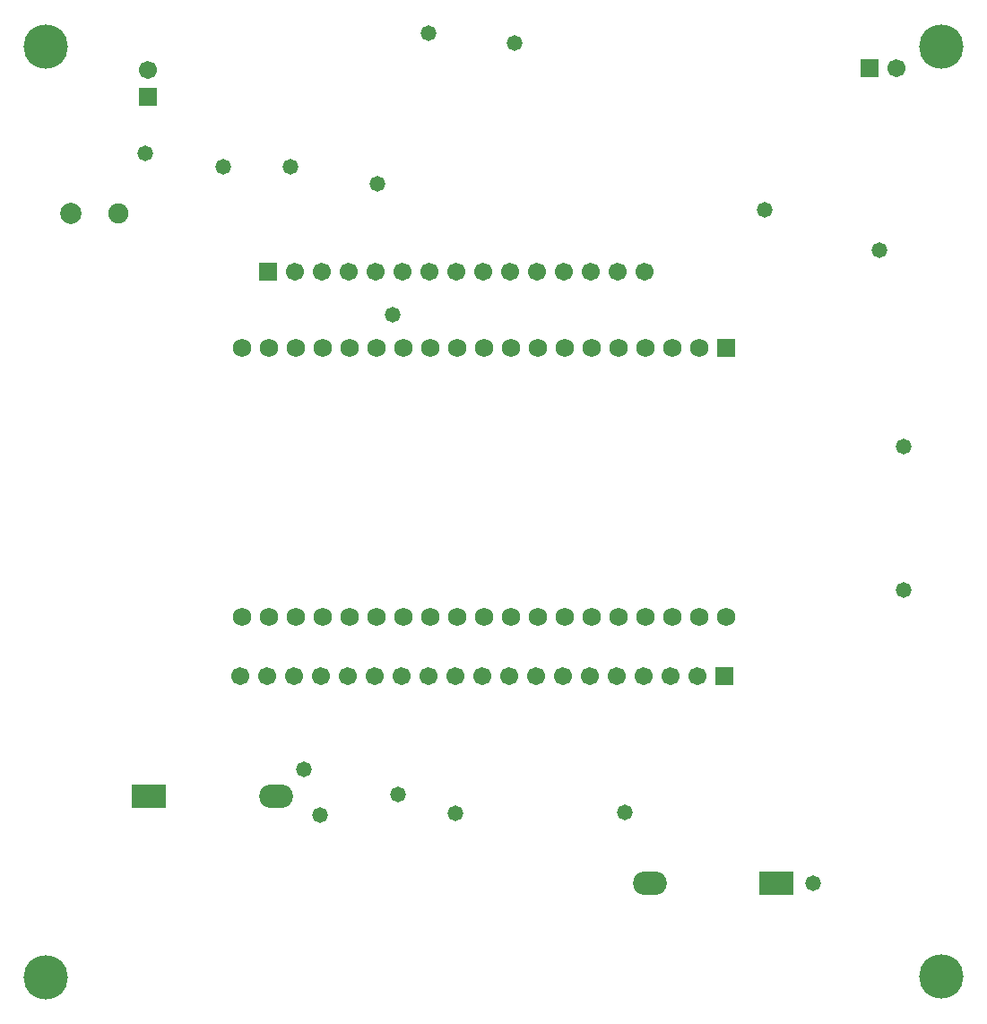
<source format=gbs>
G04*
G04 #@! TF.GenerationSoftware,Altium Limited,Altium Designer,22.3.1 (43)*
G04*
G04 Layer_Color=16711935*
%FSLAX23Y23*%
%MOIN*%
G70*
G04*
G04 #@! TF.SameCoordinates,1274CE9F-09AF-47AB-B1D0-44CBEC0A274A*
G04*
G04*
G04 #@! TF.FilePolarity,Negative*
G04*
G01*
G75*
%ADD31O,0.126X0.087*%
%ADD32R,0.126X0.087*%
%ADD33R,0.067X0.067*%
%ADD34C,0.067*%
%ADD35R,0.067X0.067*%
%ADD36C,0.079*%
%ADD37C,0.075*%
%ADD38C,0.069*%
%ADD39R,0.069X0.069*%
%ADD40C,0.165*%
%ADD41C,0.058*%
D31*
X2421Y1980D02*
D03*
X3811Y1655D02*
D03*
D32*
X1949Y1980D02*
D03*
X4283Y1655D02*
D03*
D33*
X4630Y4684D02*
D03*
X2393Y3930D02*
D03*
X4090Y2425D02*
D03*
D34*
X4730Y4684D02*
D03*
X1945Y4680D02*
D03*
X2493Y3930D02*
D03*
X2593D02*
D03*
X2693D02*
D03*
X2793D02*
D03*
X2893D02*
D03*
X2993D02*
D03*
X3093D02*
D03*
X3193D02*
D03*
X3293D02*
D03*
X3393D02*
D03*
X3493D02*
D03*
X3593D02*
D03*
X3693D02*
D03*
X3793D02*
D03*
X3990Y2425D02*
D03*
X3890D02*
D03*
X3790D02*
D03*
X3690D02*
D03*
X3590D02*
D03*
X3490D02*
D03*
X3390D02*
D03*
X3290D02*
D03*
X3190D02*
D03*
X3090D02*
D03*
X2990D02*
D03*
X2890D02*
D03*
X2790D02*
D03*
X2690D02*
D03*
X2590D02*
D03*
X2490D02*
D03*
X2390D02*
D03*
X2290D02*
D03*
D35*
X1945Y4580D02*
D03*
D36*
X1658Y4146D02*
D03*
D37*
X1835D02*
D03*
D38*
X2294Y2645D02*
D03*
X2394D02*
D03*
X2494D02*
D03*
X2594D02*
D03*
X2694D02*
D03*
X2794D02*
D03*
X2894D02*
D03*
X2994D02*
D03*
X3094D02*
D03*
X3194D02*
D03*
X3294D02*
D03*
X3394D02*
D03*
X3494D02*
D03*
X3594D02*
D03*
X3694D02*
D03*
X3794D02*
D03*
X3894D02*
D03*
X3994D02*
D03*
X4094D02*
D03*
X2394Y3645D02*
D03*
X2494D02*
D03*
X2594D02*
D03*
X2694D02*
D03*
X2794D02*
D03*
X2894D02*
D03*
X2994D02*
D03*
X3094D02*
D03*
X3194D02*
D03*
X3294D02*
D03*
X3394D02*
D03*
X3494D02*
D03*
X3594D02*
D03*
X3694D02*
D03*
X3794D02*
D03*
X3894D02*
D03*
X2294D02*
D03*
X3994D02*
D03*
D39*
X4094D02*
D03*
D40*
X1565Y4765D02*
D03*
Y1305D02*
D03*
X4895Y1310D02*
D03*
Y4765D02*
D03*
D41*
X3720Y1920D02*
D03*
X2225Y4320D02*
D03*
X2875Y1985D02*
D03*
X2585Y1910D02*
D03*
X3090Y1915D02*
D03*
X2525Y2080D02*
D03*
X4420Y1655D02*
D03*
X4755Y3280D02*
D03*
Y2745D02*
D03*
X4665Y4010D02*
D03*
X4240Y4160D02*
D03*
X2800Y4255D02*
D03*
X2475Y4320D02*
D03*
X1935Y4370D02*
D03*
X2855Y3770D02*
D03*
X2990Y4815D02*
D03*
X3310Y4780D02*
D03*
M02*

</source>
